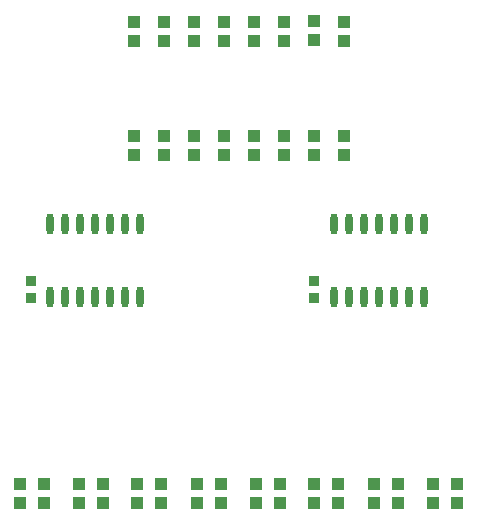
<source format=gbp>
G04 Layer: BottomPasteMaskLayer*
G04 Panelize: Stamp Hole, Column: 2, Row: 2, Board Size: 58.42mm x 58.42mm, Panelized Board Size: 122.84mm x 122.84mm*
G04 EasyEDA v6.5.34, 2023-09-13 23:46:03*
G04 50f54edec40846078001aba480b7569d,5a6b42c53f6a479593ecc07194224c93,10*
G04 Gerber Generator version 0.2*
G04 Scale: 100 percent, Rotated: No, Reflected: No *
G04 Dimensions in millimeters *
G04 leading zeros omitted , absolute positions ,4 integer and 5 decimal *
%FSLAX45Y45*%
%MOMM*%

%AMMACRO1*21,1,$1,$2,0,0,$3*%
%ADD10MACRO1,1X1.1X-90.0000*%
%ADD11O,0.5999988X1.7999964*%
%ADD12MACRO1,0.8X0.9X90.0000*%

%LPD*%
D10*
G01*
X2031992Y3945884D03*
G01*
X2031992Y4105884D03*
D11*
G01*
X2082800Y2737967D03*
G01*
X1955800Y2737967D03*
G01*
X1828800Y2737967D03*
G01*
X1701800Y2737967D03*
G01*
X1574800Y2737967D03*
G01*
X1447800Y2737967D03*
G01*
X1320800Y2737967D03*
G01*
X2082800Y3357981D03*
G01*
X1955800Y3357981D03*
G01*
X1828800Y3357981D03*
G01*
X1701800Y3357981D03*
G01*
X1574800Y3357981D03*
G01*
X1447800Y3357981D03*
G01*
X1320800Y3357981D03*
G01*
X4482795Y2737967D03*
G01*
X4355795Y2737967D03*
G01*
X4228795Y2737967D03*
G01*
X4101795Y2737967D03*
G01*
X3974795Y2737967D03*
G01*
X3847795Y2737967D03*
G01*
X3720795Y2737967D03*
G01*
X4482795Y3357981D03*
G01*
X4355795Y3357981D03*
G01*
X4228795Y3357981D03*
G01*
X4101795Y3357981D03*
G01*
X3974795Y3357981D03*
G01*
X3847795Y3357981D03*
G01*
X3720795Y3357981D03*
D10*
G01*
X2031989Y4912098D03*
G01*
X2031989Y5072098D03*
G01*
X3809992Y3945884D03*
G01*
X3809992Y4105884D03*
G01*
X3555992Y3945884D03*
G01*
X3555992Y4105884D03*
G01*
X3301992Y3945884D03*
G01*
X3301992Y4105884D03*
G01*
X3047992Y3945884D03*
G01*
X3047992Y4105884D03*
G01*
X2793992Y3945884D03*
G01*
X2793992Y4105884D03*
G01*
X2539992Y3945884D03*
G01*
X2539992Y4105884D03*
G01*
X2285992Y3945884D03*
G01*
X2285992Y4105884D03*
G01*
X3809989Y4912098D03*
G01*
X3809989Y5072098D03*
G01*
X3553188Y4915695D03*
G01*
X3553188Y5075694D03*
G01*
X3301989Y4912098D03*
G01*
X3301989Y5072098D03*
G01*
X3047989Y4912098D03*
G01*
X3047989Y5072098D03*
G01*
X2793989Y4912098D03*
G01*
X2793989Y5072098D03*
G01*
X2539989Y4912098D03*
G01*
X2539989Y5072098D03*
G01*
X2285989Y4912098D03*
G01*
X2285989Y5072098D03*
G01*
X1269994Y999490D03*
G01*
X1269994Y1159489D03*
G01*
X1066794Y999490D03*
G01*
X1066794Y1159489D03*
G01*
X4762487Y999490D03*
G01*
X4762487Y1159489D03*
G01*
X4559287Y999490D03*
G01*
X4559287Y1159489D03*
G01*
X4267189Y999490D03*
G01*
X4267189Y1159489D03*
G01*
X4063989Y999490D03*
G01*
X4063989Y1159489D03*
G01*
X3759189Y999490D03*
G01*
X3759189Y1159489D03*
G01*
X3555989Y999490D03*
G01*
X3555989Y1159489D03*
G01*
X3263889Y999490D03*
G01*
X3263889Y1159489D03*
G01*
X3060692Y999490D03*
G01*
X3060692Y1159489D03*
G01*
X2768592Y999490D03*
G01*
X2768592Y1159489D03*
G01*
X2565392Y999490D03*
G01*
X2565392Y1159489D03*
G01*
X2260592Y999490D03*
G01*
X2260592Y1159489D03*
G01*
X2057392Y999490D03*
G01*
X2057392Y1159489D03*
G01*
X1562094Y999490D03*
G01*
X1562094Y1159489D03*
G01*
X1765294Y999490D03*
G01*
X1765294Y1159489D03*
D12*
G01*
X1155710Y2876704D03*
G01*
X1155710Y2736705D03*
G01*
X3556005Y2876704D03*
G01*
X3556005Y2736705D03*
M02*

</source>
